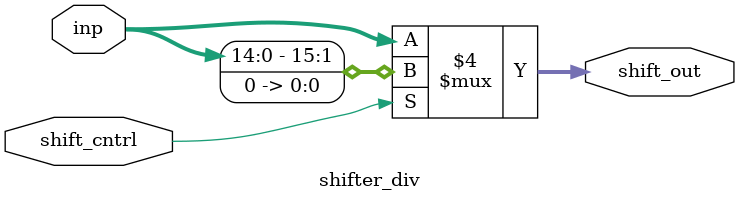
<source format=v>
module shifter_div( inp, shift_cntrl, shift_out);

input [15:0] inp;
input shift_cntrl;
output reg[15:0] shift_out;


always@(shift_cntrl, inp)
begin
	if(shift_cntrl)
		shift_out  = (inp << 1);
	else 
		shift_out  = inp;
end


endmodule 
</source>
